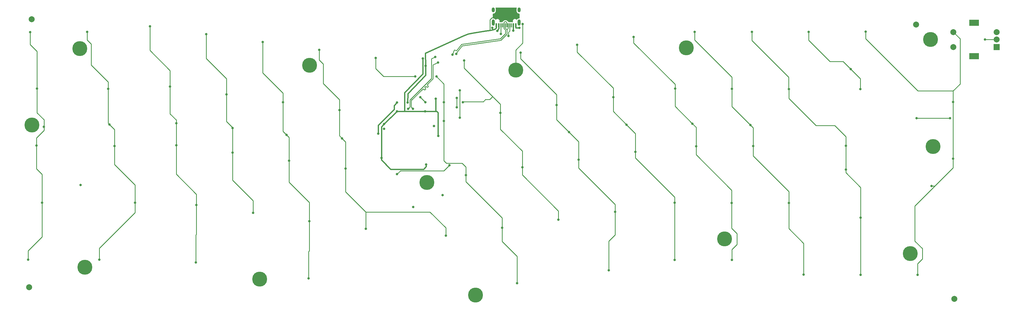
<source format=gtl>
G04 #@! TF.GenerationSoftware,KiCad,Pcbnew,(5.1.9)-1*
G04 #@! TF.CreationDate,2021-06-30T07:56:35+01:00*
G04 #@! TF.ProjectId,Paul-PCB-KICAD,5061756c-2d50-4434-922d-4b494341442e,rev?*
G04 #@! TF.SameCoordinates,Original*
G04 #@! TF.FileFunction,Copper,L1,Top*
G04 #@! TF.FilePolarity,Positive*
%FSLAX46Y46*%
G04 Gerber Fmt 4.6, Leading zero omitted, Abs format (unit mm)*
G04 Created by KiCad (PCBNEW (5.1.9)-1) date 2021-06-30 07:56:35*
%MOMM*%
%LPD*%
G01*
G04 APERTURE LIST*
G04 #@! TA.AperFunction,ComponentPad*
%ADD10C,2.000000*%
G04 #@! TD*
G04 #@! TA.AperFunction,ComponentPad*
%ADD11C,5.000000*%
G04 #@! TD*
G04 #@! TA.AperFunction,ComponentPad*
%ADD12R,3.200000X2.000000*%
G04 #@! TD*
G04 #@! TA.AperFunction,ComponentPad*
%ADD13R,2.000000X2.000000*%
G04 #@! TD*
G04 #@! TA.AperFunction,ComponentPad*
%ADD14O,1.000000X1.600000*%
G04 #@! TD*
G04 #@! TA.AperFunction,ComponentPad*
%ADD15O,1.000000X2.100000*%
G04 #@! TD*
G04 #@! TA.AperFunction,SMDPad,CuDef*
%ADD16R,0.300000X1.450000*%
G04 #@! TD*
G04 #@! TA.AperFunction,SMDPad,CuDef*
%ADD17R,0.600000X1.450000*%
G04 #@! TD*
G04 #@! TA.AperFunction,ViaPad*
%ADD18C,0.800000*%
G04 #@! TD*
G04 #@! TA.AperFunction,Conductor*
%ADD19C,0.400000*%
G04 #@! TD*
G04 #@! TA.AperFunction,Conductor*
%ADD20C,0.250000*%
G04 #@! TD*
G04 #@! TA.AperFunction,Conductor*
%ADD21C,0.200000*%
G04 #@! TD*
G04 #@! TA.AperFunction,Conductor*
%ADD22C,0.254000*%
G04 #@! TD*
G04 #@! TA.AperFunction,Conductor*
%ADD23C,0.100000*%
G04 #@! TD*
G04 APERTURE END LIST*
D10*
X296690000Y88250000D03*
X1090000Y90020000D03*
X240000Y290000D03*
X309470000Y-3590000D03*
D11*
X133136887Y35392650D03*
X77258161Y3003314D03*
X219885384Y80385180D03*
X18906250Y7000000D03*
X162859822Y72980677D03*
X294750250Y11573500D03*
X93981649Y74572360D03*
X149396946Y-2325869D03*
X302349875Y47386750D03*
X17192000Y80200000D03*
X232647250Y16524999D03*
X301512250Y83200000D03*
X1152800Y54625000D03*
D10*
X309080000Y85700000D03*
X309080000Y80700000D03*
D12*
X316080000Y88800000D03*
X316080000Y77600000D03*
D10*
X323580000Y85700000D03*
X323580000Y83200000D03*
D13*
X323580000Y80700000D03*
D14*
X155310000Y93080000D03*
X163950000Y93080000D03*
D15*
X155310000Y88900000D03*
X163950000Y88900000D03*
D16*
X159880000Y87985000D03*
X159380000Y87985000D03*
X158880000Y87985000D03*
X160380000Y87985000D03*
X158380000Y87985000D03*
X160880000Y87985000D03*
X157880000Y87985000D03*
X161380000Y87985000D03*
D17*
X162080000Y87985000D03*
X157180000Y87985000D03*
X162855000Y87985000D03*
X156405000Y87985000D03*
D18*
X118000000Y43600000D03*
X118900000Y54900000D03*
X136950000Y50950000D03*
X132570000Y59170000D03*
X136100000Y63400000D03*
X132930000Y41390000D03*
X123170000Y59170000D03*
X131820000Y76870000D03*
X126750000Y62100000D03*
X154970000Y87130000D03*
X164101262Y87126262D03*
X123200000Y62100000D03*
X132720000Y74420000D03*
X319730000Y83200000D03*
X116900000Y51700000D03*
X138420000Y31110000D03*
X118850000Y53290000D03*
X17390000Y34560000D03*
X135580000Y54280000D03*
X128600000Y27200000D03*
X130970000Y63910000D03*
X132645000Y62245000D03*
X123190000Y38150000D03*
X140700000Y41120000D03*
X156725000Y86125000D03*
X162075000Y86150000D03*
X585000Y85685000D03*
X2875000Y66775000D03*
X2700000Y47750000D03*
X4600000Y28585000D03*
X-105000Y9520000D03*
X5190000Y53970000D03*
X165198819Y88378819D03*
X143019117Y78380883D03*
X141687367Y78172633D03*
X93650000Y3300000D03*
X93900000Y22450000D03*
X87100000Y42650000D03*
X85100000Y62200000D03*
X78300000Y82350000D03*
X86230000Y51320000D03*
X160450000Y84375000D03*
X157875000Y85100000D03*
X307970000Y56850000D03*
X296820000Y56850000D03*
X23735000Y9585000D03*
X35635000Y28580000D03*
X28805000Y47600000D03*
X26685000Y66685000D03*
X19625000Y85750000D03*
X27055000Y54795000D03*
X55950000Y8600000D03*
X56150000Y27800000D03*
X49400000Y47850000D03*
X47350000Y67500000D03*
X40600000Y87650000D03*
X49400000Y55180000D03*
X75100000Y25200000D03*
X68250000Y45400000D03*
X66200000Y64850000D03*
X59400000Y85000000D03*
X68250000Y53610000D03*
X139500000Y17600000D03*
X112750000Y19850000D03*
X106000000Y40000000D03*
X103950000Y59550000D03*
X97200000Y79700000D03*
X104840000Y50110000D03*
X163300000Y1700000D03*
X158300000Y20250000D03*
X146200000Y37800000D03*
X138850000Y55950000D03*
X116050000Y77050000D03*
X129250000Y70850000D03*
X138850000Y62190000D03*
X136350000Y70850000D03*
X177150000Y22900000D03*
X165050000Y40450000D03*
X157750000Y58650000D03*
X145650000Y76200000D03*
X145210000Y62190000D03*
X193950000Y6000000D03*
X196050000Y25550000D03*
X183900000Y43000000D03*
X176550000Y61300000D03*
X164500000Y78800000D03*
X180700000Y52250000D03*
X216000000Y9500000D03*
X216000000Y28600000D03*
X202850000Y45650000D03*
X195450000Y63950000D03*
X183400000Y81450000D03*
X199925000Y54675000D03*
X235100000Y9500000D03*
X235050000Y28500000D03*
X223150000Y47500000D03*
X216100000Y66750000D03*
X202250000Y84100000D03*
X221895000Y55055000D03*
X259100000Y4600000D03*
X254150000Y28550000D03*
X242200000Y47550000D03*
X235100000Y66700000D03*
X222650000Y85750000D03*
X241270000Y54630000D03*
X278150000Y4500000D03*
X278150000Y23650000D03*
X273200000Y47650000D03*
X254150000Y66650000D03*
X241800000Y85750000D03*
X273200000Y39700000D03*
X278000000Y66650000D03*
X260800000Y85750000D03*
X274785000Y73315000D03*
X143130000Y60530000D03*
X143130000Y63690000D03*
X297150000Y4500000D03*
X309050000Y43300000D03*
X309000000Y62300000D03*
X279850000Y85800000D03*
X301840000Y34180000D03*
X144180000Y66220000D03*
X144200000Y57023458D03*
X126910000Y60050000D03*
X135976150Y77383850D03*
X128500000Y60040000D03*
X136855249Y75474751D03*
D19*
X131810000Y76530000D02*
X131840000Y71710000D01*
X131840000Y71710000D02*
X125730000Y65460000D01*
X123170000Y59170000D02*
X125730000Y59170000D01*
X118000000Y54000000D02*
X118900000Y54900000D01*
X118000000Y43600000D02*
X118000000Y54000000D01*
X118900000Y54900000D02*
X123170000Y59170000D01*
X136900000Y51000000D02*
X136950000Y50950000D01*
X136900000Y58740000D02*
X136900000Y51000000D01*
X136470000Y59170000D02*
X136900000Y58740000D01*
X125730000Y59170000D02*
X132570000Y59170000D01*
X136100000Y59200000D02*
X136070000Y59170000D01*
X136100000Y63400000D02*
X136100000Y59200000D01*
X136070000Y59170000D02*
X136470000Y59170000D01*
X132570000Y59170000D02*
X136070000Y59170000D01*
X125730000Y65460000D02*
X125730000Y59170000D01*
X132930000Y40680000D02*
X132930000Y41390000D01*
X121065000Y39815000D02*
X132065000Y39815000D01*
X118000000Y42880000D02*
X121065000Y39815000D01*
X118000000Y43600000D02*
X118000000Y42880000D01*
X132065000Y39815000D02*
X132930000Y40680000D01*
X123170000Y59170000D02*
X123170000Y59170000D01*
X131810000Y76530000D02*
X131820000Y76870000D01*
X131820000Y76870000D02*
X131820000Y76870000D01*
X126750000Y62100000D02*
X126750000Y62100000D01*
X123200000Y62100000D02*
X123200000Y62100000D01*
X122250000Y61150000D02*
X122250000Y59850000D01*
X122250000Y59850000D02*
X116900000Y54500000D01*
X116900000Y54500000D02*
X116900000Y51700000D01*
X156405000Y87985000D02*
X156405000Y87080000D01*
X156405000Y87080000D02*
X155925000Y86650000D01*
X145286122Y84388878D02*
X132700000Y78650000D01*
X155110185Y86464815D02*
X154992414Y87192414D01*
X155925000Y86650000D02*
X155110185Y86464815D01*
X155110185Y86464815D02*
X154275000Y86275000D01*
X164101262Y87126262D02*
X162850000Y87125000D01*
X162850000Y87125000D02*
X162855000Y87985000D01*
X123200000Y62100000D02*
X122250000Y61150000D01*
X132750000Y74390000D02*
X132720000Y74420000D01*
X132750000Y71300000D02*
X132750000Y74390000D01*
X126800000Y65100000D02*
X132750000Y71300000D01*
X126750000Y62100000D02*
X126800000Y65100000D01*
D20*
X323580000Y83200000D02*
X319730000Y83200000D01*
X319730000Y83200000D02*
X319730000Y83200000D01*
D19*
X154275000Y86275000D02*
X152892898Y86057102D01*
X152892898Y86057102D02*
X148725000Y85400000D01*
X132700000Y78650000D02*
X132720000Y74420000D01*
X145286122Y84388878D02*
X146940644Y85089356D01*
X148725000Y85400000D02*
X146940644Y85089356D01*
X116900000Y51700000D02*
X116900000Y51700000D01*
D20*
X154275000Y88075000D02*
X154260000Y88090000D01*
X154275000Y86275000D02*
X154275000Y88075000D01*
X154260000Y88090000D02*
X154260000Y89850000D01*
X154260000Y89850000D02*
X154930000Y90520000D01*
X154930000Y90520000D02*
X155610000Y90520000D01*
X130970000Y63910000D02*
X132490000Y62390000D01*
X132490000Y62390000D02*
X132500000Y62390000D01*
X132500000Y62390000D02*
X132645000Y62245000D01*
X132645000Y62245000D02*
X132820000Y62070000D01*
X123190000Y38150000D02*
X124329990Y39289990D01*
X124329990Y39289990D02*
X138869990Y39289990D01*
X138869990Y39289990D02*
X140700000Y41120000D01*
X140700000Y41120000D02*
X140700000Y41120000D01*
D19*
X157180000Y87985000D02*
X157175000Y86975000D01*
X157175000Y86975000D02*
X156725000Y86125000D01*
X156725000Y86125000D02*
X156725000Y86125000D01*
X162080000Y87985000D02*
X162075000Y86150000D01*
X162075000Y86150000D02*
X162075000Y86150000D01*
D20*
X-105000Y12495000D02*
X-105000Y9520000D01*
X4585000Y17185000D02*
X-105000Y12495000D01*
X4585000Y28570000D02*
X4585000Y17185000D01*
X2875000Y79225000D02*
X2875000Y66775000D01*
X585000Y81515000D02*
X2875000Y79225000D01*
X585000Y85720000D02*
X585000Y85685000D01*
X585000Y85685000D02*
X585000Y81515000D01*
X4600000Y38050000D02*
X4600000Y28585000D01*
X5200000Y52800000D02*
X2700000Y50300000D01*
X5200000Y56350000D02*
X5200000Y54050000D01*
X2700000Y50300000D02*
X2700000Y47750000D01*
X2875000Y58675000D02*
X5200000Y56350000D01*
X2700000Y39950000D02*
X4600000Y38050000D01*
X2875000Y66775000D02*
X2875000Y58675000D01*
X2700000Y47750000D02*
X2700000Y39950000D01*
X4600000Y28585000D02*
X4600000Y28585000D01*
X-105000Y9520000D02*
X-105000Y9520000D01*
X5200000Y54050000D02*
X5200000Y52800000D01*
X165198819Y88378819D02*
X165198819Y82028819D01*
X162859822Y79689822D02*
X162859822Y72980677D01*
X165198819Y82028819D02*
X162859822Y79689822D01*
X159355001Y87960001D02*
X159380000Y87985000D01*
X160380000Y87730000D02*
X160355001Y87705001D01*
X160380000Y87985000D02*
X160380000Y87730000D01*
X159880002Y86525000D02*
X159355001Y87050001D01*
X159355001Y87050001D02*
X159355001Y87960001D01*
X160355001Y87705001D02*
X160355001Y86999999D01*
X160355001Y86999999D02*
X159880002Y86525000D01*
X142925000Y78175000D02*
X142925000Y78175000D01*
X143019117Y78380883D02*
X142925000Y78175000D01*
X143325000Y79050000D02*
X143019117Y78380883D01*
X157893200Y82975000D02*
X144950000Y81125000D01*
X159880002Y86525000D02*
X159880002Y84961802D01*
X159880002Y84961802D02*
X157893200Y82975000D01*
X144950000Y81125000D02*
X143325000Y79050000D01*
X158880000Y87830000D02*
X158875000Y87825000D01*
X158880000Y87985000D02*
X158880000Y87830000D01*
X158880000Y87985000D02*
X158900000Y89000000D01*
X158900000Y89000000D02*
X159250000Y89250000D01*
X159250000Y89250000D02*
X159500000Y89250000D01*
X159500000Y89250000D02*
X159875000Y89000000D01*
X159875000Y89000000D02*
X159880000Y87985000D01*
X158880000Y87985000D02*
X158880000Y86920000D01*
X159454992Y85173192D02*
X157706800Y83425000D01*
X158880000Y86920000D02*
X159454992Y86345008D01*
X143075000Y79475000D02*
X142335000Y79735000D01*
X157706800Y83425000D02*
X144750000Y81575000D01*
X144750000Y81575000D02*
X144650000Y81550000D01*
X159454992Y86345008D02*
X159454992Y85173192D01*
X142335000Y79735000D02*
X141687367Y78172633D01*
X143075000Y79475000D02*
X144650000Y81550000D01*
X78300000Y82350000D02*
X78300000Y72050000D01*
X85100000Y65250000D02*
X85100000Y62200000D01*
X78300000Y72050000D02*
X85100000Y65250000D01*
X85100000Y62200000D02*
X85100000Y52450000D01*
X87100000Y50450000D02*
X87100000Y42650000D01*
X85100000Y52450000D02*
X86230000Y51320000D01*
X87100000Y42650000D02*
X87100000Y35450000D01*
X93900000Y28650000D02*
X93900000Y22450000D01*
X87100000Y35450000D02*
X93900000Y28650000D01*
X93900000Y22450000D02*
X93900000Y12550000D01*
X93650000Y12300000D02*
X93650000Y3300000D01*
X93900000Y12550000D02*
X93650000Y12300000D01*
X86230000Y51320000D02*
X87100000Y50450000D01*
X160880000Y87985000D02*
X160875000Y86125000D01*
X160875000Y86125000D02*
X160450000Y85625000D01*
X160450000Y85625000D02*
X160450000Y84375000D01*
X157880000Y87985000D02*
X157875000Y85100000D01*
X157875000Y85100000D02*
X157875000Y85100000D01*
X296820000Y56850000D02*
X307970000Y56850000D01*
X19625000Y83025000D02*
X20950000Y81700000D01*
X20950000Y81700000D02*
X20950000Y74700000D01*
X26685000Y68965000D02*
X26685000Y66685000D01*
X20950000Y74700000D02*
X26685000Y68965000D01*
X26685000Y66680000D02*
X26685000Y55165000D01*
X28805000Y53045000D02*
X28805000Y47600000D01*
X26685000Y55165000D02*
X27055000Y54795000D01*
X28805000Y47600000D02*
X28805000Y41395000D01*
X35635000Y34565000D02*
X35635000Y28580000D01*
X28805000Y41395000D02*
X35635000Y34565000D01*
X35635000Y28580000D02*
X35635000Y25285000D01*
X23735000Y13385000D02*
X23735000Y9585000D01*
X35635000Y25285000D02*
X23735000Y13385000D01*
X19625000Y85750000D02*
X19625000Y83025000D01*
X27055000Y54795000D02*
X28805000Y53045000D01*
X40600000Y87650000D02*
X40600000Y79550000D01*
X47350000Y72800000D02*
X47350000Y67500000D01*
X40600000Y79550000D02*
X47350000Y72800000D01*
X47350000Y67500000D02*
X47350000Y58300000D01*
X49400000Y56250000D02*
X49400000Y55180000D01*
X47350000Y58300000D02*
X49400000Y56250000D01*
X49400000Y47850000D02*
X49400000Y38150000D01*
X56150000Y31400000D02*
X56150000Y27800000D01*
X49400000Y38150000D02*
X56150000Y31400000D01*
X56150000Y27800000D02*
X56150000Y18050000D01*
X55950000Y17850000D02*
X55950000Y8600000D01*
X56150000Y18050000D02*
X55950000Y17850000D01*
X49400000Y55180000D02*
X49400000Y47850000D01*
X59400000Y85000000D02*
X59400000Y76850000D01*
X66200000Y70050000D02*
X66200000Y64850000D01*
X59400000Y76850000D02*
X66200000Y70050000D01*
X66200000Y64850000D02*
X66200000Y55800000D01*
X68250000Y53750000D02*
X68250000Y53610000D01*
X66200000Y55800000D02*
X68250000Y53750000D01*
X68250000Y45400000D02*
X68250000Y36100000D01*
X75100000Y29250000D02*
X75100000Y25200000D01*
X68250000Y36100000D02*
X75100000Y29250000D01*
X68250000Y53610000D02*
X68250000Y45400000D01*
X103950000Y63050000D02*
X103950000Y59550000D01*
X98550000Y68450000D02*
X103950000Y63050000D01*
X98550000Y75000000D02*
X98550000Y68450000D01*
X97200000Y76350000D02*
X98550000Y75000000D01*
X97200000Y79700000D02*
X97200000Y76350000D01*
X103950000Y59550000D02*
X103950000Y51000000D01*
X106000000Y48950000D02*
X106000000Y40000000D01*
X103950000Y51000000D02*
X104840000Y50110000D01*
X106000000Y40000000D02*
X106000000Y32250000D01*
X112750000Y25500000D02*
X112750000Y19850000D01*
X106000000Y32250000D02*
X112750000Y25500000D01*
X112750000Y25500000D02*
X134200000Y25500000D01*
X139500000Y20200000D02*
X139500000Y17600000D01*
X134200000Y25500000D02*
X139500000Y20200000D01*
X104840000Y50110000D02*
X106000000Y48950000D01*
X116050000Y77050000D02*
X116050000Y74110435D01*
X116050000Y74110435D02*
X116050000Y73450000D01*
X116050000Y73450000D02*
X118650000Y70850000D01*
X118650000Y70850000D02*
X118650000Y70850000D01*
X146200000Y37800000D02*
X146200000Y35650000D01*
X158300000Y23550000D02*
X158300000Y20250000D01*
X146200000Y35650000D02*
X158300000Y23550000D01*
X158300000Y20250000D02*
X158300000Y15650000D01*
X163300000Y10650000D02*
X163300000Y1700000D01*
X158300000Y15650000D02*
X163300000Y10650000D01*
X138850000Y42690364D02*
X139690364Y41850000D01*
X138850000Y55950000D02*
X138850000Y42690364D01*
X139690364Y41850000D02*
X144900000Y41850000D01*
X146200000Y40550000D02*
X146200000Y37800000D01*
X144900000Y41850000D02*
X146200000Y40550000D01*
X118650000Y70850000D02*
X129250000Y70850000D01*
X129250000Y70850000D02*
X129250000Y70850000D01*
X138850000Y62190000D02*
X138850000Y55950000D01*
X136350000Y70850000D02*
X138790000Y68410000D01*
X138850000Y68350000D02*
X138790000Y68410000D01*
X138850000Y62190000D02*
X138850000Y68350000D01*
X157750000Y61550000D02*
X157750000Y58650000D01*
X145650000Y76200000D02*
X145650000Y73650000D01*
X157750000Y58650000D02*
X157750000Y53150000D01*
X165050000Y45850000D02*
X165050000Y40450000D01*
X157750000Y53150000D02*
X165050000Y45850000D01*
X165050000Y40450000D02*
X165050000Y37900000D01*
X177150000Y25800000D02*
X177150000Y22900000D01*
X165050000Y37900000D02*
X177150000Y25800000D01*
X155035000Y64265000D02*
X155035000Y64005000D01*
X145650000Y73650000D02*
X155035000Y64265000D01*
X155035000Y64265000D02*
X157750000Y61550000D01*
X155035000Y64005000D02*
X154160000Y63130000D01*
X154160000Y63130000D02*
X152740000Y63130000D01*
X152740000Y63130000D02*
X152030000Y62420000D01*
X152030000Y62420000D02*
X146030000Y62420000D01*
X146030000Y62420000D02*
X145470000Y62420000D01*
X145470000Y62420000D02*
X145440000Y62420000D01*
X145440000Y62420000D02*
X145210000Y62190000D01*
X164500000Y78800000D02*
X164500000Y76800000D01*
X176550000Y64750000D02*
X176550000Y61300000D01*
X164500000Y76800000D02*
X176550000Y64750000D01*
X176550000Y61300000D02*
X176550000Y56400000D01*
X183900000Y49050000D02*
X183900000Y43000000D01*
X176550000Y56400000D02*
X180700000Y52250000D01*
X183900000Y43000000D02*
X183900000Y40200000D01*
X196050000Y28050000D02*
X196050000Y25550000D01*
X183900000Y40200000D02*
X196050000Y28050000D01*
X196050000Y25550000D02*
X196050000Y17850000D01*
X193950000Y15750000D02*
X193950000Y6000000D01*
X196050000Y17850000D02*
X193950000Y15750000D01*
X180700000Y52250000D02*
X183900000Y49050000D01*
X183400000Y81450000D02*
X183400000Y79000000D01*
X195450000Y66950000D02*
X195450000Y63950000D01*
X183400000Y79000000D02*
X195450000Y66950000D01*
X195450000Y63950000D02*
X195450000Y59150000D01*
X202850000Y51750000D02*
X202850000Y45650000D01*
X195450000Y59150000D02*
X199925000Y54675000D01*
X202850000Y45650000D02*
X202850000Y43600000D01*
X216000000Y30450000D02*
X216000000Y28600000D01*
X202850000Y43600000D02*
X216000000Y30450000D01*
X216000000Y28600000D02*
X216000000Y9500000D01*
X199925000Y54675000D02*
X202850000Y51750000D01*
X202250000Y84100000D02*
X202250000Y82050000D01*
X216100000Y68200000D02*
X216100000Y66750000D01*
X202250000Y82050000D02*
X216100000Y68200000D01*
X216100000Y66750000D02*
X216100000Y60850000D01*
X223150000Y53800000D02*
X223150000Y47500000D01*
X216100000Y60850000D02*
X221895000Y55055000D01*
X223150000Y47500000D02*
X223150000Y44650000D01*
X235050000Y32750000D02*
X235050000Y28500000D01*
X223150000Y44650000D02*
X235050000Y32750000D01*
X235050000Y28500000D02*
X235050000Y20050000D01*
X235050000Y20050000D02*
X236800000Y18300000D01*
X236800000Y18300000D02*
X236800000Y14600000D01*
X235100000Y12900000D02*
X235100000Y9500000D01*
X236800000Y14600000D02*
X235100000Y12900000D01*
X221895000Y55055000D02*
X223150000Y53800000D01*
X222650000Y85750000D02*
X222650000Y83050000D01*
X235100000Y70600000D02*
X235100000Y66700000D01*
X222650000Y83050000D02*
X235100000Y70600000D01*
X235100000Y66700000D02*
X235100000Y60800000D01*
X242200000Y53700000D02*
X242200000Y47550000D01*
X235100000Y60800000D02*
X241270000Y54630000D01*
X242200000Y47550000D02*
X242200000Y44250000D01*
X254150000Y32300000D02*
X254150000Y28550000D01*
X242200000Y44250000D02*
X254150000Y32300000D01*
X254150000Y28550000D02*
X254150000Y19950000D01*
X259100000Y15000000D02*
X259100000Y4600000D01*
X254150000Y19950000D02*
X259100000Y15000000D01*
X241270000Y54630000D02*
X242200000Y53700000D01*
X241800000Y85750000D02*
X241800000Y82850000D01*
X241800000Y82850000D02*
X254050000Y70600000D01*
X254050000Y66750000D02*
X254150000Y66650000D01*
X254050000Y70600000D02*
X254050000Y66750000D01*
X273200000Y50700000D02*
X273200000Y47650000D01*
X269450000Y54450000D02*
X273200000Y50700000D01*
X263227978Y54450000D02*
X269450000Y54450000D01*
X254150000Y63527978D02*
X263227978Y54450000D01*
X254150000Y66650000D02*
X254150000Y63527978D01*
X273200000Y47650000D02*
X273200000Y39700000D01*
X278150000Y33700000D02*
X278150000Y23650000D01*
X273200000Y38650000D02*
X278150000Y33700000D01*
X278150000Y23650000D02*
X278150000Y4500000D01*
X273200000Y39700000D02*
X273200000Y38650000D01*
X260800000Y85750000D02*
X260800000Y82950000D01*
X260800000Y82950000D02*
X267900000Y75850000D01*
X267900000Y75850000D02*
X272250000Y75850000D01*
X278000000Y70100000D02*
X278000000Y66650000D01*
X272250000Y75850000D02*
X274785000Y73315000D01*
X274785000Y73315000D02*
X278000000Y70100000D01*
X143130000Y60530000D02*
X143130000Y63690000D01*
X309080000Y85700000D02*
X311350000Y83430000D01*
X311350000Y83430000D02*
X311350000Y68350000D01*
X309000000Y66000000D02*
X309000000Y62300000D01*
X311350000Y68350000D02*
X309000000Y66000000D01*
X309000000Y43350000D02*
X309050000Y43300000D01*
X309000000Y62300000D02*
X309000000Y43350000D01*
X298750000Y9800000D02*
X297150000Y8200000D01*
X298750000Y13250000D02*
X298750000Y9800000D01*
X296250000Y15750000D02*
X298750000Y13250000D01*
X296250000Y27500000D02*
X296250000Y15750000D01*
X297150000Y8200000D02*
X297150000Y4500000D01*
X309050000Y43300000D02*
X309050000Y40300000D01*
X297285248Y66000000D02*
X309000000Y66000000D01*
X279850000Y83435248D02*
X297285248Y66000000D01*
X279850000Y85800000D02*
X279850000Y83435248D01*
X302930000Y34180000D02*
X302965000Y34215000D01*
X301840000Y34180000D02*
X302930000Y34180000D01*
X302965000Y34215000D02*
X296250000Y27500000D01*
X309050000Y40300000D02*
X302965000Y34215000D01*
X144200000Y66200000D02*
X144180000Y66220000D01*
X144200000Y57023458D02*
X144200000Y66200000D01*
D21*
X126910000Y60050000D02*
X126910000Y60050000D01*
D20*
X134732638Y76817362D02*
X135976150Y77383850D01*
X134730000Y70208200D02*
X134730000Y76573200D01*
X127485000Y62963200D02*
X134730000Y70208200D01*
X127485000Y60625000D02*
X127485000Y62963200D01*
X126910000Y60050000D02*
X127485000Y60625000D01*
X134730000Y76573200D02*
X134732638Y76817362D01*
D21*
X128500000Y60040000D02*
X128500000Y60040000D01*
D20*
X135200000Y74725000D02*
X136855249Y75474751D01*
X135200000Y73425000D02*
X135200000Y74725000D01*
X135210000Y70051800D02*
X135200000Y73425000D01*
X133413656Y68255456D02*
X135210000Y70051800D01*
X133371770Y68202933D02*
X133413656Y68255456D01*
X133342622Y68142407D02*
X133371770Y68202933D01*
X133327673Y68076913D02*
X133342622Y68142407D01*
X133327673Y68009734D02*
X133327673Y68076913D01*
X132718473Y66669577D02*
X132718473Y66736756D01*
X132632492Y66491035D02*
X132674377Y66543557D01*
X132494094Y67095711D02*
X132479145Y67161206D01*
X133567001Y67518105D02*
X133567001Y67585284D01*
X132386771Y66405053D02*
X132453950Y66405053D01*
X132674377Y66862776D02*
X132632492Y66915299D01*
X132321276Y66420002D02*
X132386771Y66405053D01*
X132579970Y66449150D02*
X132632492Y66491035D01*
X128500000Y60040000D02*
X127935000Y60605000D01*
X132674377Y66543557D02*
X132703524Y66604083D01*
X127935000Y60605000D02*
X127935000Y62776800D01*
X127935000Y62776800D02*
X131716600Y66558400D01*
X131716600Y66558400D02*
X131769122Y66600285D01*
X131769122Y66600285D02*
X131829648Y66629432D01*
X131829648Y66629432D02*
X131895142Y66644381D01*
X132632492Y66915299D02*
X132565127Y66982663D01*
X131895142Y66644381D02*
X131962321Y66644381D01*
X132523242Y67035186D02*
X132494094Y67095711D01*
X133371770Y67883714D02*
X133342622Y67944239D01*
X131962321Y66644381D02*
X132027815Y66629432D01*
X132565127Y66982663D02*
X132523242Y67035186D01*
X133413655Y67831191D02*
X133371770Y67883714D01*
X132027815Y66629432D02*
X132088341Y66600285D01*
X132718473Y66736756D02*
X132703524Y66802250D01*
X132088341Y66600285D02*
X132140864Y66558400D01*
X132140864Y66558400D02*
X132208228Y66491035D01*
X132703524Y66802250D02*
X132674377Y66862776D01*
X132208228Y66491035D02*
X132260751Y66449150D01*
X132703524Y66604083D02*
X132718473Y66669577D01*
X132260751Y66449150D02*
X132321276Y66420002D01*
X132479145Y67161206D02*
X132479145Y67228385D01*
X133342622Y67944239D02*
X133327673Y68009734D01*
X132479145Y67228385D02*
X132494094Y67293879D01*
X133552052Y67650778D02*
X133522905Y67711304D01*
X132494094Y67293879D02*
X132523242Y67354405D01*
X133567001Y67585284D02*
X133552052Y67650778D01*
X132523242Y67354405D02*
X132565128Y67406928D01*
X132565128Y67406928D02*
X132617650Y67448813D01*
X133481020Y67763827D02*
X133413655Y67831191D01*
X132617650Y67448813D02*
X132678176Y67477960D01*
X132678176Y67477960D02*
X132743670Y67492909D01*
X132743670Y67492909D02*
X132810849Y67492909D01*
X132810849Y67492909D02*
X132876343Y67477960D01*
X133522905Y67711304D02*
X133481020Y67763827D01*
X132453950Y66405053D02*
X132519444Y66420002D01*
X132876343Y67477960D02*
X132936869Y67448813D01*
X132936869Y67448813D02*
X132989392Y67406928D01*
X132989392Y67406928D02*
X133056756Y67339563D01*
X133056756Y67339563D02*
X133109279Y67297678D01*
X133109279Y67297678D02*
X133169804Y67268530D01*
X133169804Y67268530D02*
X133235299Y67253581D01*
X133235299Y67253581D02*
X133302478Y67253581D01*
X133302478Y67253581D02*
X133367972Y67268530D01*
X132519444Y66420002D02*
X132579970Y66449150D01*
X133367972Y67268530D02*
X133428498Y67297678D01*
X133428498Y67297678D02*
X133481020Y67339563D01*
X133481020Y67339563D02*
X133522905Y67392085D01*
X133522905Y67392085D02*
X133552052Y67452611D01*
X133552052Y67452611D02*
X133567001Y67518105D01*
D22*
X163043004Y93755691D02*
X162987137Y93571525D01*
X162973000Y93427993D01*
X162973000Y92732008D01*
X162987137Y92588476D01*
X163043003Y92404310D01*
X163133724Y92234582D01*
X163255814Y92085814D01*
X163404582Y91963724D01*
X163574309Y91873003D01*
X163758475Y91817137D01*
X163950000Y91798273D01*
X163965486Y91799798D01*
X163988350Y90427950D01*
X163950000Y90431727D01*
X163758476Y90412863D01*
X163574310Y90356997D01*
X163404583Y90266276D01*
X163255815Y90144186D01*
X163133725Y89995418D01*
X163118070Y89966129D01*
X163031245Y90052954D01*
X162899890Y90140724D01*
X162753935Y90201180D01*
X162598990Y90232000D01*
X162441010Y90232000D01*
X162286065Y90201180D01*
X162140110Y90140724D01*
X162008755Y90052954D01*
X161897046Y89941245D01*
X161809276Y89809890D01*
X161748820Y89663935D01*
X161718000Y89508990D01*
X161718000Y89351010D01*
X161748820Y89196065D01*
X161752732Y89186621D01*
X161686492Y89180097D01*
X161655000Y89170544D01*
X161623508Y89180097D01*
X161530000Y89189307D01*
X161230000Y89189307D01*
X161136492Y89180097D01*
X161130000Y89178128D01*
X161123508Y89180097D01*
X161030000Y89189307D01*
X160730000Y89189307D01*
X160636492Y89180097D01*
X160630000Y89178128D01*
X160623508Y89180097D01*
X160530000Y89189307D01*
X160446645Y89189307D01*
X160433623Y89232075D01*
X160433065Y89233117D01*
X160432718Y89234240D01*
X160405135Y89285238D01*
X160377614Y89336597D01*
X160376864Y89337510D01*
X160376304Y89338544D01*
X160339314Y89383166D01*
X160302289Y89428184D01*
X160301374Y89428933D01*
X160300624Y89429838D01*
X160255491Y89466508D01*
X160233529Y89484493D01*
X160232560Y89485139D01*
X160208589Y89504615D01*
X160183347Y89517947D01*
X159858796Y89734316D01*
X159836071Y89752966D01*
X159809586Y89767122D01*
X159809329Y89767294D01*
X159784086Y89780753D01*
X159731490Y89808866D01*
X159731181Y89808960D01*
X159730905Y89809107D01*
X159674956Y89826015D01*
X159618012Y89843289D01*
X159617695Y89843320D01*
X159617391Y89843412D01*
X159559015Y89849100D01*
X159529566Y89852000D01*
X159529246Y89852000D01*
X159499368Y89854911D01*
X159470127Y89852000D01*
X159270140Y89852000D01*
X159231128Y89854617D01*
X159181662Y89848181D01*
X159131988Y89843289D01*
X159122924Y89840539D01*
X159113536Y89839318D01*
X159066267Y89823353D01*
X159018510Y89808866D01*
X159010159Y89804402D01*
X159001187Y89801372D01*
X158957935Y89776488D01*
X158913929Y89752966D01*
X158883695Y89728153D01*
X158586675Y89515996D01*
X158573903Y89509489D01*
X158538527Y89481604D01*
X158526036Y89472682D01*
X158515298Y89463294D01*
X158480773Y89436080D01*
X158470752Y89424349D01*
X158459128Y89414186D01*
X158432301Y89379335D01*
X158403753Y89345914D01*
X158396212Y89332450D01*
X158386795Y89320217D01*
X158367291Y89280818D01*
X158345803Y89242455D01*
X158341031Y89227771D01*
X158334185Y89213942D01*
X158327544Y89189307D01*
X158230000Y89189307D01*
X158136492Y89180097D01*
X158130000Y89178128D01*
X158123508Y89180097D01*
X158030000Y89189307D01*
X157730000Y89189307D01*
X157636492Y89180097D01*
X157605000Y89170544D01*
X157573508Y89180097D01*
X157507268Y89186621D01*
X157511180Y89196065D01*
X157542000Y89351010D01*
X157542000Y89508990D01*
X157511180Y89663935D01*
X157450724Y89809890D01*
X157362954Y89941245D01*
X157251245Y90052954D01*
X157119890Y90140724D01*
X156973935Y90201180D01*
X156818990Y90232000D01*
X156661010Y90232000D01*
X156506065Y90201180D01*
X156360110Y90140724D01*
X156228755Y90052954D01*
X156141931Y89966130D01*
X156126276Y89995418D01*
X156004186Y90144186D01*
X155855418Y90266276D01*
X155685691Y90356997D01*
X155501525Y90412863D01*
X155310000Y90431727D01*
X155277000Y90428477D01*
X155277000Y91801523D01*
X155310000Y91798273D01*
X155501524Y91817137D01*
X155685690Y91873003D01*
X155855418Y91963724D01*
X156004186Y92085814D01*
X156126276Y92234582D01*
X156216997Y92404309D01*
X156272863Y92588475D01*
X156287000Y92732007D01*
X156287000Y93427992D01*
X156272863Y93571524D01*
X156216997Y93755691D01*
X156188369Y93809251D01*
X163071632Y93809251D01*
X163043004Y93755691D01*
G04 #@! TA.AperFunction,Conductor*
D23*
G36*
X163043004Y93755691D02*
G01*
X162987137Y93571525D01*
X162973000Y93427993D01*
X162973000Y92732008D01*
X162987137Y92588476D01*
X163043003Y92404310D01*
X163133724Y92234582D01*
X163255814Y92085814D01*
X163404582Y91963724D01*
X163574309Y91873003D01*
X163758475Y91817137D01*
X163950000Y91798273D01*
X163965486Y91799798D01*
X163988350Y90427950D01*
X163950000Y90431727D01*
X163758476Y90412863D01*
X163574310Y90356997D01*
X163404583Y90266276D01*
X163255815Y90144186D01*
X163133725Y89995418D01*
X163118070Y89966129D01*
X163031245Y90052954D01*
X162899890Y90140724D01*
X162753935Y90201180D01*
X162598990Y90232000D01*
X162441010Y90232000D01*
X162286065Y90201180D01*
X162140110Y90140724D01*
X162008755Y90052954D01*
X161897046Y89941245D01*
X161809276Y89809890D01*
X161748820Y89663935D01*
X161718000Y89508990D01*
X161718000Y89351010D01*
X161748820Y89196065D01*
X161752732Y89186621D01*
X161686492Y89180097D01*
X161655000Y89170544D01*
X161623508Y89180097D01*
X161530000Y89189307D01*
X161230000Y89189307D01*
X161136492Y89180097D01*
X161130000Y89178128D01*
X161123508Y89180097D01*
X161030000Y89189307D01*
X160730000Y89189307D01*
X160636492Y89180097D01*
X160630000Y89178128D01*
X160623508Y89180097D01*
X160530000Y89189307D01*
X160446645Y89189307D01*
X160433623Y89232075D01*
X160433065Y89233117D01*
X160432718Y89234240D01*
X160405135Y89285238D01*
X160377614Y89336597D01*
X160376864Y89337510D01*
X160376304Y89338544D01*
X160339314Y89383166D01*
X160302289Y89428184D01*
X160301374Y89428933D01*
X160300624Y89429838D01*
X160255491Y89466508D01*
X160233529Y89484493D01*
X160232560Y89485139D01*
X160208589Y89504615D01*
X160183347Y89517947D01*
X159858796Y89734316D01*
X159836071Y89752966D01*
X159809586Y89767122D01*
X159809329Y89767294D01*
X159784086Y89780753D01*
X159731490Y89808866D01*
X159731181Y89808960D01*
X159730905Y89809107D01*
X159674956Y89826015D01*
X159618012Y89843289D01*
X159617695Y89843320D01*
X159617391Y89843412D01*
X159559015Y89849100D01*
X159529566Y89852000D01*
X159529246Y89852000D01*
X159499368Y89854911D01*
X159470127Y89852000D01*
X159270140Y89852000D01*
X159231128Y89854617D01*
X159181662Y89848181D01*
X159131988Y89843289D01*
X159122924Y89840539D01*
X159113536Y89839318D01*
X159066267Y89823353D01*
X159018510Y89808866D01*
X159010159Y89804402D01*
X159001187Y89801372D01*
X158957935Y89776488D01*
X158913929Y89752966D01*
X158883695Y89728153D01*
X158586675Y89515996D01*
X158573903Y89509489D01*
X158538527Y89481604D01*
X158526036Y89472682D01*
X158515298Y89463294D01*
X158480773Y89436080D01*
X158470752Y89424349D01*
X158459128Y89414186D01*
X158432301Y89379335D01*
X158403753Y89345914D01*
X158396212Y89332450D01*
X158386795Y89320217D01*
X158367291Y89280818D01*
X158345803Y89242455D01*
X158341031Y89227771D01*
X158334185Y89213942D01*
X158327544Y89189307D01*
X158230000Y89189307D01*
X158136492Y89180097D01*
X158130000Y89178128D01*
X158123508Y89180097D01*
X158030000Y89189307D01*
X157730000Y89189307D01*
X157636492Y89180097D01*
X157605000Y89170544D01*
X157573508Y89180097D01*
X157507268Y89186621D01*
X157511180Y89196065D01*
X157542000Y89351010D01*
X157542000Y89508990D01*
X157511180Y89663935D01*
X157450724Y89809890D01*
X157362954Y89941245D01*
X157251245Y90052954D01*
X157119890Y90140724D01*
X156973935Y90201180D01*
X156818990Y90232000D01*
X156661010Y90232000D01*
X156506065Y90201180D01*
X156360110Y90140724D01*
X156228755Y90052954D01*
X156141931Y89966130D01*
X156126276Y89995418D01*
X156004186Y90144186D01*
X155855418Y90266276D01*
X155685691Y90356997D01*
X155501525Y90412863D01*
X155310000Y90431727D01*
X155277000Y90428477D01*
X155277000Y91801523D01*
X155310000Y91798273D01*
X155501524Y91817137D01*
X155685690Y91873003D01*
X155855418Y91963724D01*
X156004186Y92085814D01*
X156126276Y92234582D01*
X156216997Y92404309D01*
X156272863Y92588475D01*
X156287000Y92732007D01*
X156287000Y93427992D01*
X156272863Y93571524D01*
X156216997Y93755691D01*
X156188369Y93809251D01*
X163071632Y93809251D01*
X163043004Y93755691D01*
G37*
G04 #@! TD.AperFunction*
M02*

</source>
